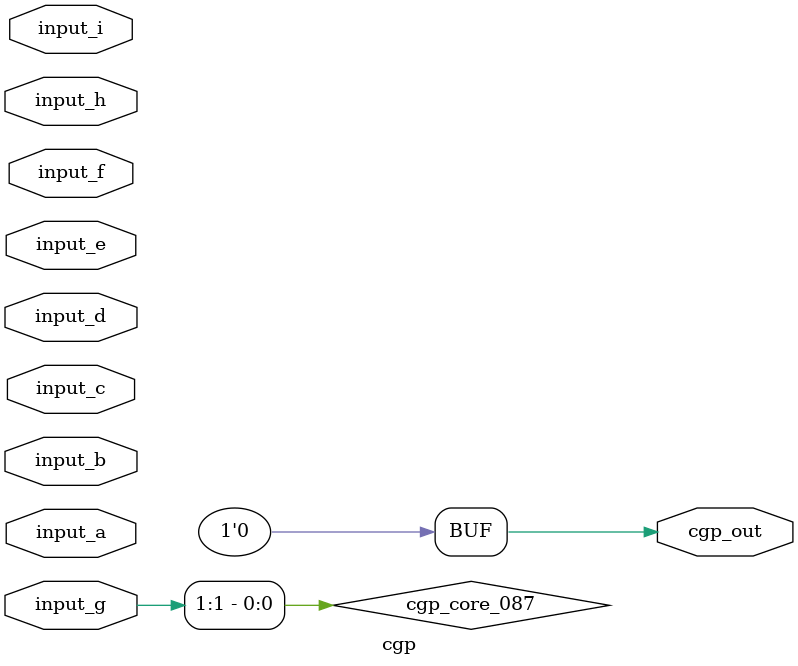
<source format=v>
module cgp(input [1:0] input_a, input [1:0] input_b, input [1:0] input_c, input [1:0] input_d, input [1:0] input_e, input [1:0] input_f, input [1:0] input_g, input [1:0] input_h, input [1:0] input_i, output [0:0] cgp_out);
  wire cgp_core_020;
  wire cgp_core_021;
  wire cgp_core_022;
  wire cgp_core_024;
  wire cgp_core_028;
  wire cgp_core_029;
  wire cgp_core_030;
  wire cgp_core_032;
  wire cgp_core_033;
  wire cgp_core_034_not;
  wire cgp_core_037;
  wire cgp_core_038;
  wire cgp_core_040;
  wire cgp_core_041;
  wire cgp_core_043;
  wire cgp_core_045;
  wire cgp_core_046;
  wire cgp_core_047;
  wire cgp_core_049;
  wire cgp_core_052;
  wire cgp_core_053;
  wire cgp_core_056_not;
  wire cgp_core_060;
  wire cgp_core_061;
  wire cgp_core_062;
  wire cgp_core_063;
  wire cgp_core_064;
  wire cgp_core_071;
  wire cgp_core_074;
  wire cgp_core_080;
  wire cgp_core_082_not;
  wire cgp_core_083;
  wire cgp_core_084;
  wire cgp_core_085;
  wire cgp_core_087;
  wire cgp_core_092;
  wire cgp_core_093;
  wire cgp_core_094;
  wire cgp_core_096;
  wire cgp_core_097;
  wire cgp_core_099;
  wire cgp_core_101;
  wire cgp_core_103;
  wire cgp_core_104;

  assign cgp_core_020 = input_h[0] ^ input_i[0];
  assign cgp_core_021 = input_b[1] | input_i[0];
  assign cgp_core_022 = input_h[1] ^ input_i[1];
  assign cgp_core_024 = input_h[0] ^ cgp_core_021;
  assign cgp_core_028 = ~(input_d[0] ^ input_h[1]);
  assign cgp_core_029 = input_d[1] ^ cgp_core_024;
  assign cgp_core_030 = input_d[1] & cgp_core_024;
  assign cgp_core_032 = cgp_core_029 & cgp_core_028;
  assign cgp_core_033 = input_c[1] | input_d[1];
  assign cgp_core_034_not = ~cgp_core_033;
  assign cgp_core_037 = input_b[0] & input_c[0];
  assign cgp_core_038 = input_b[1] ^ input_c[1];
  assign cgp_core_040 = input_g[0] ^ input_h[1];
  assign cgp_core_041 = cgp_core_038 & input_i[0];
  assign cgp_core_043 = input_a[0] ^ input_d[0];
  assign cgp_core_045 = input_e[1] ^ cgp_core_040;
  assign cgp_core_046 = ~input_a[1];
  assign cgp_core_047 = input_i[1] ^ input_h[1];
  assign cgp_core_049 = ~(cgp_core_046 | cgp_core_045);
  assign cgp_core_052 = ~(input_f[1] & input_g[0]);
  assign cgp_core_053 = input_f[0] & input_f[1];
  assign cgp_core_056_not = ~cgp_core_053;
  assign cgp_core_060 = input_e[0] & cgp_core_052;
  assign cgp_core_061 = input_e[1] ^ cgp_core_056_not;
  assign cgp_core_062 = ~input_e[1];
  assign cgp_core_063 = cgp_core_061 ^ input_b[0];
  assign cgp_core_064 = input_b[1] & cgp_core_060;
  assign cgp_core_071 = cgp_core_047 & cgp_core_063;
  assign cgp_core_074 = input_g[0] ^ input_i[0];
  assign cgp_core_080 = input_a[0] ^ input_f[1];
  assign cgp_core_082_not = ~input_g[1];
  assign cgp_core_083 = cgp_core_080 & input_g[0];
  assign cgp_core_084 = input_d[0] & input_f[1];
  assign cgp_core_085 = ~cgp_core_084;
  assign cgp_core_087 = ~cgp_core_082_not;
  assign cgp_core_092 = ~input_b[1];
  assign cgp_core_093 = cgp_core_034_not & cgp_core_092;
  assign cgp_core_094 = ~(input_c[0] & input_c[1]);
  assign cgp_core_096 = input_c[1] & input_e[1];
  assign cgp_core_097 = ~input_c[1];
  assign cgp_core_099 = ~(input_c[0] & cgp_core_096);
  assign cgp_core_101 = input_i[0] & cgp_core_096;
  assign cgp_core_103 = ~input_b[1];
  assign cgp_core_104 = cgp_core_103 & cgp_core_101;

  assign cgp_out[0] = 1'b0;
endmodule
</source>
